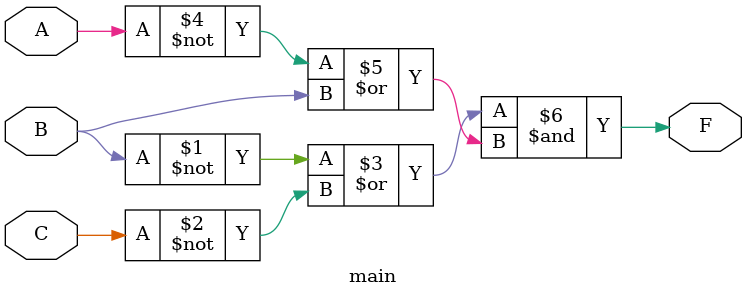
<source format=v>
module main (F, A, B, C); // Определение модуля main с выходом F и входами A, B, C.
    input A, B, C; // Объявление входных сигналов A, B и C.
    output F; // Объявление выходного сигнала F.

    // Присвоение выходу F результата логического выражения:
    // 1. Логическое ИЛИ (OR) между инверсными значениями B и C (~B | ~C).
    // 2. Логическое ИЛИ (OR) между инверсным значением A и B (~A | B).
    // Эти два результата объединяются с помощью логического И (AND).
    assign F = ((~B | ~C) & (~A | B));

endmodule
</source>
